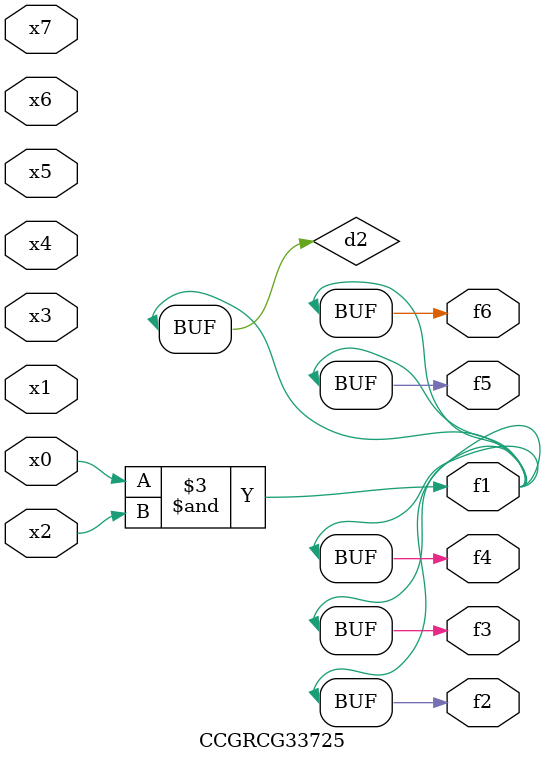
<source format=v>
module CCGRCG33725(
	input x0, x1, x2, x3, x4, x5, x6, x7,
	output f1, f2, f3, f4, f5, f6
);

	wire d1, d2;

	nor (d1, x3, x6);
	and (d2, x0, x2);
	assign f1 = d2;
	assign f2 = d2;
	assign f3 = d2;
	assign f4 = d2;
	assign f5 = d2;
	assign f6 = d2;
endmodule

</source>
